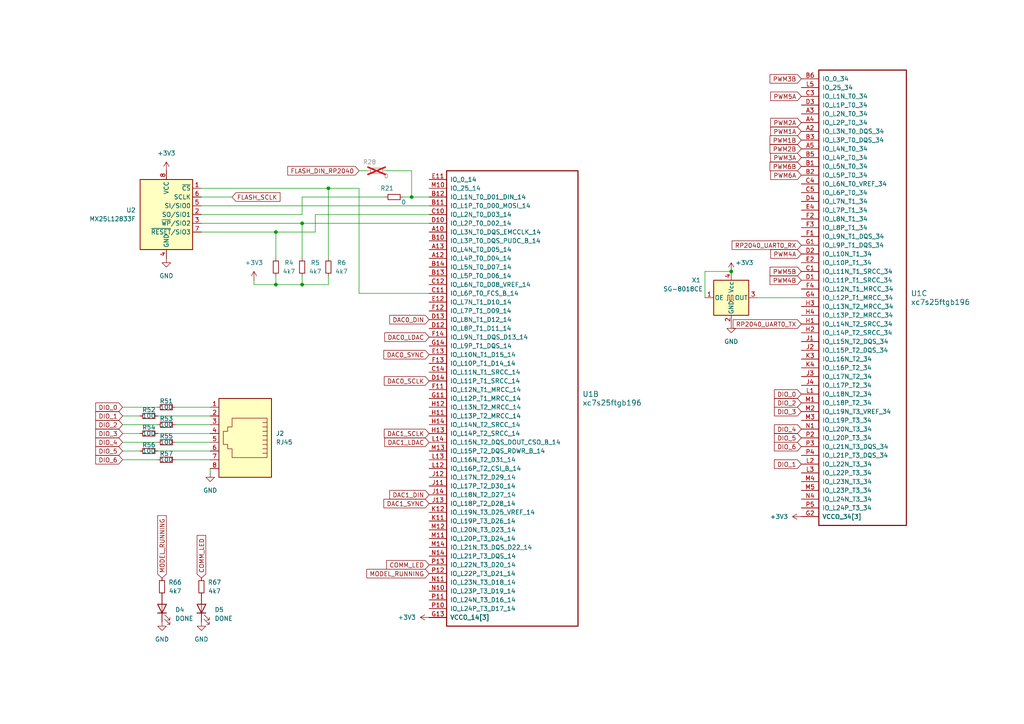
<source format=kicad_sch>
(kicad_sch (version 20231120) (generator "eeschema") (generator_version "8.0")
  (paper "A4")
  (lib_symbols
    (symbol "Connector:RJ45" (pin_names (offset 1.016))
      (property "Reference" "J" (at -5.08 13.97 0))
      (property "Value" "RJ45" (at 2.54 13.97 0))
      (symbol "RJ45_0_1"
        (polyline (pts (xy -5.08 4.445) (xy -6.35 4.445)))
        (polyline (pts (xy -5.08 5.715) (xy -6.35 5.715)))
        (polyline (pts (xy -6.35 -3.175) (xy -5.08 -3.175) (xy -5.08 -3.175)))
        (polyline (pts (xy -6.35 -1.905) (xy -5.08 -1.905) (xy -5.08 -1.905)))
        (polyline (pts (xy -6.35 -0.635) (xy -5.08 -0.635) (xy -5.08 -0.635)))
        (polyline (pts (xy -6.35 0.635) (xy -5.08 0.635) (xy -5.08 0.635)))
        (polyline (pts (xy -6.35 1.905) (xy -5.08 1.905) (xy -5.08 1.905)))
        (polyline (pts (xy -5.08 3.175) (xy -6.35 3.175) (xy -6.35 3.175)))
        (polyline (pts (xy -6.35 -4.445) (xy -6.35 6.985) (xy 3.81 6.985) (xy 3.81 4.445) (xy 5.08 4.445) (xy 5.08 3.175) (xy 6.35 3.175) (xy 6.35 -0.635) (xy 5.08 -0.635) (xy 5.08 -1.905) (xy 3.81 -1.905) (xy 3.81 -4.445) (xy -6.35 -4.445) (xy -6.35 -4.445)))
        (rectangle (start 7.62 12.7) (end -7.62 -10.16) (stroke (width 0.254)) (fill (type background)))
      )
      (symbol "RJ45_1_1"
        (pin passive line (at 10.16 -7.62 180) (length 2.54) (name "~") (number "1"))
        (pin passive line (at 10.16 -5.08 180) (length 2.54) (name "~") (number "2"))
        (pin passive line (at 10.16 -2.54 180) (length 2.54) (name "~") (number "3"))
        (pin passive line (at 10.16 0 180) (length 2.54) (name "~") (number "4"))
        (pin passive line (at 10.16 2.54 180) (length 2.54) (name "~") (number "5"))
        (pin passive line (at 10.16 5.08 180) (length 2.54) (name "~") (number "6"))
        (pin passive line (at 10.16 7.62 180) (length 2.54) (name "~") (number "7"))
        (pin passive line (at 10.16 10.16 180) (length 2.54) (name "~") (number "8"))
      )
    )
    (symbol "Device:LED" (pin_numbers hide) (pin_names (offset 1.016) hide)
      (property "Reference" "D" (at 0 2.54 0))
      (property "Value" "LED" (at 0 -2.54 0))
      (symbol "LED_0_1"
        (polyline (pts (xy -1.27 -1.27) (xy -1.27 1.27)) (stroke (width 0.254)))
        (polyline (pts (xy -1.27 0) (xy 1.27 0)))
        (polyline (pts (xy 1.27 -1.27) (xy 1.27 1.27) (xy -1.27 0) (xy 1.27 -1.27)) (stroke (width 0.254)))
        (polyline (pts (xy -3.048 -0.762) (xy -4.572 -2.286) (xy -3.81 -2.286) (xy -4.572 -2.286) (xy -4.572 -1.524)))
        (polyline (pts (xy -1.778 -0.762) (xy -3.302 -2.286) (xy -2.54 -2.286) (xy -3.302 -2.286) (xy -3.302 -1.524)))
      )
      (symbol "LED_1_1"
        (pin passive line (at -3.81 0 0) (length 2.54) (name "K") (number "1"))
        (pin passive line (at 3.81 0 180) (length 2.54) (name "A") (number "2"))
      )
    )
    (symbol "Device:R_Small" (pin_numbers hide) (pin_names (offset 0.254) hide)
      (property "Reference" "R" (at 0.762 0.508 0))
      (property "Value" "R_Small" (at 0.762 -1.016 0))
      (symbol "R_Small_0_1"
        (rectangle (start -0.762 1.778) (end 0.762 -1.778) (stroke (width 0.2032)))
      )
      (symbol "R_Small_1_1"
        (pin passive line (at 0 2.54 270) (length 0.762) (name "~") (number "1"))
        (pin passive line (at 0 -2.54 90) (length 0.762) (name "~") (number "2"))
      )
    )
    (symbol "Memory_Flash:MX25R3235FM2xx0"
      (property "Reference" "U" (at -6.35 11.43 0))
      (property "Value" "MX25R3235FM2xx0" (at 11.43 11.43 0))
      (symbol "MX25R3235FM2xx0_0_1"
        (rectangle (start -7.62 10.16) (end 7.62 -10.16) (stroke (width 0.254)) (fill (type background)))
      )
      (symbol "MX25R3235FM2xx0_1_1"
        (pin input line (at -10.16 7.62 0) (length 2.54) (name "~{CS}") (number "1"))
        (pin bidirectional line (at -10.16 0 0) (length 2.54) (name "SO/SIO1") (number "2"))
        (pin bidirectional line (at -10.16 -2.54 0) (length 2.54) (name "~{WP}/SIO2") (number "3"))
        (pin power_in line (at 0 -12.7 90) (length 2.54) (name "GND") (number "4"))
        (pin bidirectional line (at -10.16 2.54 0) (length 2.54) (name "SI/SIO0") (number "5"))
        (pin input line (at -10.16 5.08 0) (length 2.54) (name "SCLK") (number "6"))
        (pin bidirectional line (at -10.16 -5.08 0) (length 2.54) (name "~{RESET}/SIO3") (number "7"))
        (pin power_in line (at 0 12.7 270) (length 2.54) (name "VCC") (number "8"))
      )
    )
    (symbol "Oscillator:SG-5032CCN" (pin_names (offset 0.254))
      (property "Reference" "X" (at -5.08 6.35 0))
      (property "Value" "SG-5032CCN" (at 1.27 -6.35 0))
      (symbol "SG-5032CCN_0_1"
        (rectangle (start -5.08 5.08) (end 5.08 -5.08) (stroke (width 0.254)) (fill (type background)))
        (polyline (pts (xy -1.27 -0.762) (xy -1.016 -0.762) (xy -1.016 0.762) (xy -0.508 0.762) (xy -0.508 -0.762) (xy 0 -0.762) (xy 0 0.762) (xy 0.508 0.762) (xy 0.508 -0.762) (xy 0.762 -0.762)))
      )
      (symbol "SG-5032CCN_1_1"
        (pin input line (at -7.62 0 0) (length 2.54) (name "OE") (number "1"))
        (pin power_in line (at 0 -7.62 90) (length 2.54) (name "GND") (number "2"))
        (pin output line (at 7.62 0 180) (length 2.54) (name "OUT") (number "3"))
        (pin power_in line (at 0 7.62 270) (length 2.54) (name "Vcc") (number "4"))
      )
    )
    (symbol "power:+3V3" (power) (pin_numbers hide) (pin_names (offset 0) hide)
      (property "Value" "+3V3" (at 0 3.556 0))
      (symbol "+3V3_0_1"
        (polyline (pts (xy -0.762 1.27) (xy 0 2.54)))
        (polyline (pts (xy 0 0) (xy 0 2.54)))
        (polyline (pts (xy 0 2.54) (xy 0.762 1.27)))
      )
      (symbol "+3V3_1_1"
        (pin power_in line (at 0 0 90) (length 0) (name "~") (number "1"))
      )
    )
    (symbol "power:GND" (power) (pin_names (offset 0))
      (property "Value" "GND" (at 0 -3.81 0))
      (symbol "GND_0_1"
        (polyline (pts (xy 0 0) (xy 0 -1.27) (xy 1.27 -1.27) (xy 0 -2.54) (xy -1.27 -1.27) (xy 0 -1.27)))
      )
      (symbol "GND_1_1"
        (pin power_in line (at 0 0 270) (length 0) hide (name "GND") (number "1"))
      )
    )
    (symbol "xilinx7:xc7s25ftgb196" (pin_names (offset 1.016))
      (property "Reference" "U" (at 5.08 6.35 0))
      (property "Value" "xc7s25ftgb196" (at 5.08 3.81 0))
      (symbol "xc7s25ftgb196_1_1"
        (rectangle (start 5.08 2.54) (end 22.86 -55.88) (stroke (width 0.3048)))
        (pin input line (at 0 -27.94 0) (length 5.08) (name "TCK_0") (number "A7"))
        (pin input line (at 0 0 0) (length 5.08) (name "CCLK_0") (number "A8"))
        (pin power_in line (at 0 -40.64 0) (length 5.08) (name "VCCBATT_0") (number "B8"))
        (pin power_in line (at 0 -12.7 0) (length 5.08) (name "GNDADC_0") (number "F7"))
        (pin power_in line (at 0 -38.1 0) (length 5.08) (name "VCCADC_0") (number "F8"))
        (pin input line (at 0 -50.8 0) (length 5.08) (name "VREFN_0") (number "G7"))
        (pin input line (at 0 -48.26 0) (length 5.08) (name "VP_0") (number "G8"))
        (pin input line (at 0 -45.72 0) (length 5.08) (name "VN_0") (number "H7"))
        (pin input line (at 0 -53.34 0) (length 5.08) (name "VREFP_0") (number "H8"))
        (pin passive line (at 0 -7.62 0) (length 5.08) (name "DXN_0") (number "J7"))
        (pin passive line (at 0 -10.16 0) (length 5.08) (name "DXP_0") (number "J8"))
        (pin input line (at 0 -25.4 0) (length 5.08) (name "PROGRAM_B_0") (number "L7"))
        (pin input line (at 0 -35.56 0) (length 5.08) (name "TMS_0") (number "M6"))
        (pin input line (at 0 -17.78 0) (length 5.08) (name "M0_0") (number "M7"))
        (pin input line (at 0 -20.32 0) (length 5.08) (name "M1_0") (number "M8"))
        (pin input line (at 0 -22.86 0) (length 5.08) (name "M2_0") (number "M9"))
        (pin power_in line (at 0 -43.18 0) (length 5.08) (name "VCCO_0[2]") (number "N6"))
        (pin input line (at 0 -2.54 0) (length 5.08) (name "CFGBVS_0") (number "N7"))
        (pin power_in line (at 0 -43.18 0) (length 5.08) (name "VCCO_0[2]") (number "N8"))
        (pin output line (at 0 -33.02 0) (length 5.08) (name "TDO_0") (number "P6"))
        (pin input line (at 0 -30.48 0) (length 5.08) (name "TDI_0") (number "P7"))
        (pin input line (at 0 -15.24 0) (length 5.08) (name "INIT_B_0") (number "P8"))
        (pin output line (at 0 -5.08 0) (length 5.08) (name "DONE_0") (number "P9"))
      )
      (symbol "xc7s25ftgb196_2_1"
        (rectangle (start 5.08 2.54) (end 43.18 -129.54) (stroke (width 0.3048)))
        (pin bidirectional line (at 0 -15.24 0) (length 5.08) (name "IO_L3N_T0_DQS_EMCCLK_14") (number "A10"))
        (pin bidirectional line (at 0 -22.86 0) (length 5.08) (name "IO_L4P_T0_D04_14") (number "A12"))
        (pin bidirectional line (at 0 -20.32 0) (length 5.08) (name "IO_L4N_T0_D05_14") (number "A13"))
        (pin bidirectional line (at 0 -17.78 0) (length 5.08) (name "IO_L3P_T0_DQS_PUDC_B_14") (number "B10"))
        (pin bidirectional line (at 0 -7.62 0) (length 5.08) (name "IO_L1P_T0_D00_MOSI_14") (number "B11"))
        (pin bidirectional line (at 0 -5.08 0) (length 5.08) (name "IO_L1N_T0_D01_DIN_14") (number "B12"))
        (pin bidirectional line (at 0 -27.94 0) (length 5.08) (name "IO_L5P_T0_D06_14") (number "B13"))
        (pin bidirectional line (at 0 -25.4 0) (length 5.08) (name "IO_L5N_T0_D07_14") (number "B14"))
        (pin bidirectional line (at 0 -10.16 0) (length 5.08) (name "IO_L2N_T0_D03_14") (number "C10"))
        (pin bidirectional line (at 0 -33.02 0) (length 5.08) (name "IO_L6P_T0_FCS_B_14") (number "C11"))
        (pin bidirectional line (at 0 -30.48 0) (length 5.08) (name "IO_L6N_T0_D08_VREF_14") (number "C12"))
        (pin bidirectional line (at 0 -55.88 0) (length 5.08) (name "IO_L11N_T1_SRCC_14") (number "C14"))
        (pin bidirectional line (at 0 -12.7 0) (length 5.08) (name "IO_L2P_T0_D02_14") (number "D10"))
        (pin bidirectional line (at 0 -43.18 0) (length 5.08) (name "IO_L8P_T1_D11_14") (number "D12"))
        (pin bidirectional line (at 0 -40.64 0) (length 5.08) (name "IO_L8N_T1_D12_14") (number "D13"))
        (pin bidirectional line (at 0 -58.42 0) (length 5.08) (name "IO_L11P_T1_SRCC_14") (number "D14"))
        (pin bidirectional line (at 0 0 0) (length 5.08) (name "IO_0_14") (number "E11"))
        (pin bidirectional line (at 0 -35.56 0) (length 5.08) (name "IO_L7N_T1_D10_14") (number "E12"))
        (pin bidirectional line (at 0 -50.8 0) (length 5.08) (name "IO_L10N_T1_D15_14") (number "E13"))
        (pin bidirectional line (at 0 -60.96 0) (length 5.08) (name "IO_L12N_T1_MRCC_14") (number "F11"))
        (pin bidirectional line (at 0 -38.1 0) (length 5.08) (name "IO_L7P_T1_D09_14") (number "F12"))
        (pin bidirectional line (at 0 -53.34 0) (length 5.08) (name "IO_L10P_T1_D14_14") (number "F13"))
        (pin bidirectional line (at 0 -45.72 0) (length 5.08) (name "IO_L9N_T1_DQS_D13_14") (number "F14"))
        (pin bidirectional line (at 0 -63.5 0) (length 5.08) (name "IO_L12P_T1_MRCC_14") (number "G11"))
        (pin power_in line (at 0 -127 0) (length 5.08) (name "VCCO_14[3]") (number "G13"))
        (pin bidirectional line (at 0 -48.26 0) (length 5.08) (name "IO_L9P_T1_DQS_14") (number "G14"))
        (pin bidirectional line (at 0 -68.58 0) (length 5.08) (name "IO_L13P_T2_MRCC_14") (number "H11"))
        (pin bidirectional line (at 0 -66.04 0) (length 5.08) (name "IO_L13N_T2_MRCC_14") (number "H12"))
        (pin bidirectional line (at 0 -73.66 0) (length 5.08) (name "IO_L14P_T2_SRCC_14") (number "H13"))
        (pin bidirectional line (at 0 -71.12 0) (length 5.08) (name "IO_L14N_T2_SRCC_14") (number "H14"))
        (pin bidirectional line (at 0 -88.9 0) (length 5.08) (name "IO_L17P_T2_D30_14") (number "J11"))
        (pin bidirectional line (at 0 -86.36 0) (length 5.08) (name "IO_L17N_T2_D29_14") (number "J12"))
        (pin bidirectional line (at 0 -93.98 0) (length 5.08) (name "IO_L18P_T2_D28_14") (number "J13"))
        (pin bidirectional line (at 0 -91.44 0) (length 5.08) (name "IO_L18N_T2_D27_14") (number "J14"))
        (pin bidirectional line (at 0 -99.06 0) (length 5.08) (name "IO_L19P_T3_D26_14") (number "K11"))
        (pin bidirectional line (at 0 -96.52 0) (length 5.08) (name "IO_L19N_T3_D25_VREF_14") (number "K12"))
        (pin power_in line (at 0 -127 0) (length 5.08) (name "VCCO_14[3]") (number "K13"))
        (pin bidirectional line (at 0 -83.82 0) (length 5.08) (name "IO_L16P_T2_CSI_B_14") (number "L12"))
        (pin bidirectional line (at 0 -81.28 0) (length 5.08) (name "IO_L16N_T2_D31_14") (number "L13"))
        (pin bidirectional line (at 0 -76.2 0) (length 5.08) (name "IO_L15N_T2_DQS_DOUT_CSO_B_14") (number "L14"))
        (pin bidirectional line (at 0 -2.54 0) (length 5.08) (name "IO_25_14") (number "M10"))
        (pin bidirectional line (at 0 -104.14 0) (length 5.08) (name "IO_L20P_T3_D24_14") (number "M11"))
        (pin bidirectional line (at 0 -101.6 0) (length 5.08) (name "IO_L20N_T3_D23_14") (number "M12"))
        (pin bidirectional line (at 0 -78.74 0) (length 5.08) (name "IO_L15P_T2_DQS_RDWR_B_14") (number "M13"))
        (pin bidirectional line (at 0 -106.68 0) (length 5.08) (name "IO_L21N_T3_DQS_D22_14") (number "M14"))
        (pin bidirectional line (at 0 -119.38 0) (length 5.08) (name "IO_L23P_T3_D19_14") (number "N10"))
        (pin bidirectional line (at 0 -116.84 0) (length 5.08) (name "IO_L23N_T3_D18_14") (number "N11"))
        (pin power_in line (at 0 -127 0) (length 5.08) (name "VCCO_14[3]") (number "N13"))
        (pin bidirectional line (at 0 -109.22 0) (length 5.08) (name "IO_L21P_T3_DQS_14") (number "N14"))
        (pin bidirectional line (at 0 -124.46 0) (length 5.08) (name "IO_L24P_T3_D17_14") (number "P10"))
        (pin bidirectional line (at 0 -121.92 0) (length 5.08) (name "IO_L24N_T3_D16_14") (number "P11"))
        (pin bidirectional line (at 0 -114.3 0) (length 5.08) (name "IO_L22P_T3_D21_14") (number "P12"))
        (pin bidirectional line (at 0 -111.76 0) (length 5.08) (name "IO_L22N_T3_D20_14") (number "P13"))
      )
      (symbol "xc7s25ftgb196_3_1"
        (rectangle (start 5.08 2.54) (end 30.48 -129.54) (stroke (width 0.3048)))
        (pin bidirectional line (at 0 -15.24 0) (length 5.08) (name "IO_L3N_T0_DQS_34") (number "A2"))
        (pin bidirectional line (at 0 -10.16 0) (length 5.08) (name "IO_L2N_T0_34") (number "A3"))
        (pin bidirectional line (at 0 -12.7 0) (length 5.08) (name "IO_L2P_T0_34") (number "A4"))
        (pin bidirectional line (at 0 -20.32 0) (length 5.08) (name "IO_L4N_T0_34") (number "A5"))
        (pin bidirectional line (at 0 -25.4 0) (length 5.08) (name "IO_L5N_T0_34") (number "B1"))
        (pin bidirectional line (at 0 -27.94 0) (length 5.08) (name "IO_L5P_T0_34") (number "B2"))
        (pin bidirectional line (at 0 -17.78 0) (length 5.08) (name "IO_L3P_T0_DQS_34") (number "B3"))
        (pin bidirectional line (at 0 -22.86 0) (length 5.08) (name "IO_L4P_T0_34") (number "B5"))
        (pin bidirectional line (at 0 0 0) (length 5.08) (name "IO_0_34") (number "B6"))
        (pin bidirectional line (at 0 -55.88 0) (length 5.08) (name "IO_L11N_T1_SRCC_34") (number "C1"))
        (pin bidirectional line (at 0 -5.08 0) (length 5.08) (name "IO_L1N_T0_34") (number "C3"))
        (pin bidirectional line (at 0 -30.48 0) (length 5.08) (name "IO_L6N_T0_VREF_34") (number "C4"))
        (pin bidirectional line (at 0 -33.02 0) (length 5.08) (name "IO_L6P_T0_34") (number "C5"))
        (pin bidirectional line (at 0 -58.42 0) (length 5.08) (name "IO_L11P_T1_SRCC_34") (number "D1"))
        (pin bidirectional line (at 0 -50.8 0) (length 5.08) (name "IO_L10N_T1_34") (number "D2"))
        (pin bidirectional line (at 0 -7.62 0) (length 5.08) (name "IO_L1P_T0_34") (number "D3"))
        (pin bidirectional line (at 0 -35.56 0) (length 5.08) (name "IO_L7N_T1_34") (number "D4"))
        (pin bidirectional line (at 0 -53.34 0) (length 5.08) (name "IO_L10P_T1_34") (number "E2"))
        (pin bidirectional line (at 0 -38.1 0) (length 5.08) (name "IO_L7P_T1_34") (number "E4"))
        (pin bidirectional line (at 0 -45.72 0) (length 5.08) (name "IO_L9N_T1_DQS_34") (number "F1"))
        (pin bidirectional line (at 0 -40.64 0) (length 5.08) (name "IO_L8N_T1_34") (number "F2"))
        (pin bidirectional line (at 0 -43.18 0) (length 5.08) (name "IO_L8P_T1_34") (number "F3"))
        (pin bidirectional line (at 0 -60.96 0) (length 5.08) (name "IO_L12N_T1_MRCC_34") (number "F4"))
        (pin bidirectional line (at 0 -48.26 0) (length 5.08) (name "IO_L9P_T1_DQS_34") (number "G1"))
        (pin power_in line (at 0 -127 0) (length 5.08) (name "VCCO_34[3]") (number "G2"))
        (pin bidirectional line (at 0 -63.5 0) (length 5.08) (name "IO_L12P_T1_MRCC_34") (number "G4"))
        (pin bidirectional line (at 0 -71.12 0) (length 5.08) (name "IO_L14N_T2_SRCC_34") (number "H1"))
        (pin bidirectional line (at 0 -73.66 0) (length 5.08) (name "IO_L14P_T2_SRCC_34") (number "H2"))
        (pin bidirectional line (at 0 -66.04 0) (length 5.08) (name "IO_L13N_T2_MRCC_34") (number "H3"))
        (pin bidirectional line (at 0 -68.58 0) (length 5.08) (name "IO_L13P_T2_MRCC_34") (number "H4"))
        (pin bidirectional line (at 0 -76.2 0) (length 5.08) (name "IO_L15N_T2_DQS_34") (number "J1"))
        (pin bidirectional line (at 0 -78.74 0) (length 5.08) (name "IO_L15P_T2_DQS_34") (number "J2"))
        (pin bidirectional line (at 0 -86.36 0) (length 5.08) (name "IO_L17N_T2_34") (number "J3"))
        (pin bidirectional line (at 0 -88.9 0) (length 5.08) (name "IO_L17P_T2_34") (number "J4"))
        (pin power_in line (at 0 -127 0) (length 5.08) (name "VCCO_34[3]") (number "K2"))
        (pin bidirectional line (at 0 -81.28 0) (length 5.08) (name "IO_L16N_T2_34") (number "K3"))
        (pin bidirectional line (at 0 -83.82 0) (length 5.08) (name "IO_L16P_T2_34") (number "K4"))
        (pin bidirectional line (at 0 -91.44 0) (length 5.08) (name "IO_L18N_T2_34") (number "L1"))
        (pin bidirectional line (at 0 -111.76 0) (length 5.08) (name "IO_L22N_T3_34") (number "L2"))
        (pin bidirectional line (at 0 -114.3 0) (length 5.08) (name "IO_L22P_T3_34") (number "L3"))
        (pin bidirectional line (at 0 -2.54 0) (length 5.08) (name "IO_25_34") (number "L5"))
        (pin bidirectional line (at 0 -93.98 0) (length 5.08) (name "IO_L18P_T2_34") (number "M1"))
        (pin bidirectional line (at 0 -96.52 0) (length 5.08) (name "IO_L19N_T3_VREF_34") (number "M2"))
        (pin bidirectional line (at 0 -99.06 0) (length 5.08) (name "IO_L19P_T3_34") (number "M3"))
        (pin bidirectional line (at 0 -116.84 0) (length 5.08) (name "IO_L23N_T3_34") (number "M4"))
        (pin bidirectional line (at 0 -119.38 0) (length 5.08) (name "IO_L23P_T3_34") (number "M5"))
        (pin bidirectional line (at 0 -101.6 0) (length 5.08) (name "IO_L20N_T3_34") (number "N1"))
        (pin power_in line (at 0 -127 0) (length 5.08) (name "VCCO_34[3]") (number "N2"))
        (pin bidirectional line (at 0 -121.92 0) (length 5.08) (name "IO_L24N_T3_34") (number "N4"))
        (pin bidirectional line (at 0 -104.14 0) (length 5.08) (name "IO_L20P_T3_34") (number "P2"))
        (pin bidirectional line (at 0 -106.68 0) (length 5.08) (name "IO_L21N_T3_DQS_34") (number "P3"))
        (pin bidirectional line (at 0 -109.22 0) (length 5.08) (name "IO_L21P_T3_DQS_34") (number "P4"))
        (pin bidirectional line (at 0 -124.46 0) (length 5.08) (name "IO_L24P_T3_34") (number "P5"))
      )
      (symbol "xc7s25ftgb196_4_1"
        (rectangle (start 5.08 2.54) (end 20.32 -10.16) (stroke (width 0.3048)))
        (pin power_in line (at 0 0 0) (length 5.08) (name "GND[50]") (number "A1"))
        (pin power_in line (at 0 0 0) (length 5.08) (name "GND[50]") (number "A11"))
        (pin power_in line (at 0 0 0) (length 5.08) (name "GND[50]") (number "A14"))
        (pin power_in line (at 0 0 0) (length 5.08) (name "GND[50]") (number "A6"))
        (pin power_in line (at 0 0 0) (length 5.08) (name "GND[50]") (number "A9"))
        (pin power_in line (at 0 0 0) (length 5.08) (name "GND[50]") (number "B4"))
        (pin power_in line (at 0 0 0) (length 5.08) (name "GND[50]") (number "B7"))
        (pin power_in line (at 0 0 0) (length 5.08) (name "GND[50]") (number "B9"))
        (pin power_in line (at 0 0 0) (length 5.08) (name "GND[50]") (number "C13"))
        (pin power_in line (at 0 0 0) (length 5.08) (name "GND[50]") (number "C2"))
        (pin power_in line (at 0 0 0) (length 5.08) (name "GND[50]") (number "C6"))
        (pin power_in line (at 0 0 0) (length 5.08) (name "GND[50]") (number "C7"))
        (pin power_in line (at 0 0 0) (length 5.08) (name "GND[50]") (number "C8"))
        (pin power_in line (at 0 0 0) (length 5.08) (name "GND[50]") (number "C9"))
        (pin power_in line (at 0 0 0) (length 5.08) (name "GND[50]") (number "D11"))
        (pin power_in line (at 0 0 0) (length 5.08) (name "GND[50]") (number "D5"))
        (pin power_in line (at 0 -7.62 0) (length 5.08) (name "VCCINT[10]") (number "D6"))
        (pin power_in line (at 0 0 0) (length 5.08) (name "GND[50]") (number "D7"))
        (pin power_in line (at 0 -7.62 0) (length 5.08) (name "VCCINT[10]") (number "D8"))
        (pin power_in line (at 0 0 0) (length 5.08) (name "GND[50]") (number "D9"))
        (pin power_in line (at 0 0 0) (length 5.08) (name "GND[50]") (number "E1"))
        (pin power_in line (at 0 0 0) (length 5.08) (name "GND[50]") (number "E10"))
        (pin power_in line (at 0 0 0) (length 5.08) (name "GND[50]") (number "E14"))
        (pin power_in line (at 0 0 0) (length 5.08) (name "GND[50]") (number "E3"))
        (pin power_in line (at 0 -5.08 0) (length 5.08) (name "VCCBRAM[3]") (number "E5"))
        (pin power_in line (at 0 0 0) (length 5.08) (name "GND[50]") (number "E6"))
        (pin power_in line (at 0 -7.62 0) (length 5.08) (name "VCCINT[10]") (number "E7"))
        (pin power_in line (at 0 0 0) (length 5.08) (name "GND[50]") (number "E8"))
        (pin power_in line (at 0 -7.62 0) (length 5.08) (name "VCCINT[10]") (number "E9"))
        (pin power_in line (at 0 -2.54 0) (length 5.08) (name "VCCAUX[4]") (number "F10"))
        (pin power_in line (at 0 0 0) (length 5.08) (name "GND[50]") (number "F5"))
        (pin power_in line (at 0 -7.62 0) (length 5.08) (name "VCCINT[10]") (number "F6"))
        (pin power_in line (at 0 0 0) (length 5.08) (name "GND[50]") (number "F9"))
        (pin power_in line (at 0 0 0) (length 5.08) (name "GND[50]") (number "G10"))
        (pin power_in line (at 0 0 0) (length 5.08) (name "GND[50]") (number "G12"))
        (pin power_in line (at 0 0 0) (length 5.08) (name "GND[50]") (number "G3"))
        (pin power_in line (at 0 -5.08 0) (length 5.08) (name "VCCBRAM[3]") (number "G5"))
        (pin power_in line (at 0 0 0) (length 5.08) (name "GND[50]") (number "G6"))
        (pin power_in line (at 0 -7.62 0) (length 5.08) (name "VCCINT[10]") (number "G9"))
        (pin power_in line (at 0 -2.54 0) (length 5.08) (name "VCCAUX[4]") (number "H10"))
        (pin power_in line (at 0 0 0) (length 5.08) (name "GND[50]") (number "H5"))
        (pin power_in line (at 0 -7.62 0) (length 5.08) (name "VCCINT[10]") (number "H6"))
        (pin power_in line (at 0 0 0) (length 5.08) (name "GND[50]") (number "H9"))
        (pin power_in line (at 0 0 0) (length 5.08) (name "GND[50]") (number "J10"))
        (pin power_in line (at 0 -5.08 0) (length 5.08) (name "VCCBRAM[3]") (number "J5"))
        (pin power_in line (at 0 0 0) (length 5.08) (name "GND[50]") (number "J6"))
        (pin power_in line (at 0 -7.62 0) (length 5.08) (name "VCCINT[10]") (number "J9"))
        (pin power_in line (at 0 0 0) (length 5.08) (name "GND[50]") (number "K1"))
        (pin power_in line (at 0 -2.54 0) (length 5.08) (name "VCCAUX[4]") (number "K10"))
        (pin power_in line (at 0 0 0) (length 5.08) (name "GND[50]") (number "K14"))
        (pin power_in line (at 0 0 0) (length 5.08) (name "GND[50]") (number "K5"))
        (pin power_in line (at 0 -7.62 0) (length 5.08) (name "VCCINT[10]") (number "K6"))
        (pin power_in line (at 0 0 0) (length 5.08) (name "GND[50]") (number "K7"))
        (pin power_in line (at 0 -7.62 0) (length 5.08) (name "VCCINT[10]") (number "K8"))
        (pin power_in line (at 0 0 0) (length 5.08) (name "GND[50]") (number "K9"))
        (pin power_in line (at 0 0 0) (length 5.08) (name "GND[50]") (number "L10"))
        (pin power_in line (at 0 0 0) (length 5.08) (name "GND[50]") (number "L11"))
        (pin power_in line (at 0 0 0) (length 5.08) (name "GND[50]") (number "L4"))
        (pin power_in line (at 0 0 0) (length 5.08) (name "GND[50]") (number "L6"))
        (pin power_in line (at 0 0 0) (length 5.08) (name "GND[50]") (number "L8"))
        (pin power_in line (at 0 -2.54 0) (length 5.08) (name "VCCAUX[4]") (number "L9"))
        (pin power_in line (at 0 0 0) (length 5.08) (name "GND[50]") (number "N12"))
        (pin power_in line (at 0 0 0) (length 5.08) (name "GND[50]") (number "N3"))
        (pin power_in line (at 0 0 0) (length 5.08) (name "GND[50]") (number "N5"))
        (pin power_in line (at 0 0 0) (length 5.08) (name "GND[50]") (number "N9"))
        (pin power_in line (at 0 0 0) (length 5.08) (name "GND[50]") (number "P1"))
        (pin power_in line (at 0 0 0) (length 5.08) (name "GND[50]") (number "P14"))
      )
    )
  )
  (junction (at 212.09 78.74))
  (junction (at 119.38 57.15))
  (junction (at 87.63 64.77))
  (junction (at 80.01 67.31))
  (junction (at 95.25 54.61))
  (junction (at 87.63 82.55))
  (junction (at 80.01 82.55))
  (wire (pts (xy 50.8 133.35) (xy 60.96 133.35)))
  (wire (pts (xy 87.63 82.55) (xy 80.01 82.55)))
  (wire (pts (xy 58.42 59.69) (xy 124.46 59.69)))
  (wire (pts (xy 104.14 85.09) (xy 104.14 54.61)))
  (wire (pts (xy 95.25 54.61) (xy 95.25 74.93)))
  (wire (pts (xy 45.72 130.81) (xy 60.96 130.81)))
  (wire (pts (xy 87.63 64.77) (xy 124.46 64.77)))
  (wire (pts (xy 104.14 54.61) (xy 95.25 54.61)))
  (wire (pts (xy 91.44 62.23) (xy 91.44 67.31)))
  (wire (pts (xy 111.76 49.53) (xy 119.38 49.53)))
  (wire (pts (xy 60.96 135.89) (xy 60.96 137.16)))
  (wire (pts (xy 204.47 78.74) (xy 212.09 78.74)))
  (wire (pts (xy 119.38 49.53) (xy 119.38 57.15)))
  (wire (pts (xy 87.63 62.23) (xy 58.42 62.23)))
  (wire (pts (xy 35.56 123.19) (xy 45.72 123.19)))
  (wire (pts (xy 87.63 64.77) (xy 87.63 74.93)))
  (wire (pts (xy 35.56 120.65) (xy 40.64 120.65)))
  (wire (pts (xy 87.63 80.01) (xy 87.63 82.55)))
  (wire (pts (xy 58.42 54.61) (xy 95.25 54.61)))
  (wire (pts (xy 80.01 82.55) (xy 73.66 82.55)))
  (wire (pts (xy 35.56 118.11) (xy 45.72 118.11)))
  (wire (pts (xy 95.25 82.55) (xy 87.63 82.55)))
  (wire (pts (xy 80.01 67.31) (xy 80.01 74.93)))
  (wire (pts (xy 35.56 128.27) (xy 45.72 128.27)))
  (wire (pts (xy 80.01 82.55) (xy 80.01 80.01)))
  (wire (pts (xy 35.56 125.73) (xy 40.64 125.73)))
  (wire (pts (xy 35.56 133.35) (xy 45.72 133.35)))
  (wire (pts (xy 87.63 57.15) (xy 111.76 57.15)))
  (wire (pts (xy 45.72 120.65) (xy 60.96 120.65)))
  (wire (pts (xy 116.84 57.15) (xy 119.38 57.15)))
  (wire (pts (xy 91.44 67.31) (xy 80.01 67.31)))
  (wire (pts (xy 67.31 57.15) (xy 58.42 57.15)))
  (wire (pts (xy 219.71 86.36) (xy 232.41 86.36)))
  (wire (pts (xy 80.01 67.31) (xy 58.42 67.31)))
  (wire (pts (xy 204.47 86.36) (xy 204.47 78.74)))
  (wire (pts (xy 35.56 130.81) (xy 40.64 130.81)))
  (wire (pts (xy 50.8 128.27) (xy 60.96 128.27)))
  (wire (pts (xy 73.66 81.28) (xy 73.66 82.55)))
  (wire (pts (xy 87.63 57.15) (xy 87.63 62.23)))
  (wire (pts (xy 50.8 123.19) (xy 60.96 123.19)))
  (wire (pts (xy 87.63 64.77) (xy 58.42 64.77)))
  (wire (pts (xy 95.25 80.01) (xy 95.25 82.55)))
  (wire (pts (xy 91.44 62.23) (xy 124.46 62.23)))
  (wire (pts (xy 119.38 57.15) (xy 124.46 57.15)))
  (wire (pts (xy 50.8 118.11) (xy 60.96 118.11)))
  (wire (pts (xy 104.14 49.53) (xy 106.68 49.53)))
  (wire (pts (xy 45.72 125.73) (xy 60.96 125.73)))
  (wire (pts (xy 104.14 85.09) (xy 124.46 85.09)))
  (global_label "DIO_3" (shape input) (at 35.56 125.73 180) (property "Intersheetrefs" "${INTERSHEET_REFS}" (effects (hide yes))))
  (global_label "RP2040_UART0_RX" (shape input) (at 232.41 71.12 180) (property "Intersheetrefs" "${INTERSHEET_REFS}" (effects (hide yes))))
  (global_label "DAC0_SCLK" (shape input) (at 124.46 110.49 180) (property "Intersheetrefs" "${INTERSHEET_REFS}" (effects (hide yes))))
  (global_label "DIO_6" (shape input) (at 35.56 133.35 180) (property "Intersheetrefs" "${INTERSHEET_REFS}" (effects (hide yes))))
  (global_label "DIO_5" (shape input) (at 35.56 130.81 180) (property "Intersheetrefs" "${INTERSHEET_REFS}" (effects (hide yes))))
  (global_label "COMM_LED" (shape input) (at 124.46 163.83 180) (property "Intersheetrefs" "${INTERSHEET_REFS}" (effects (hide yes))))
  (global_label "DIO_0" (shape input) (at 232.41 114.3 180) (property "Intersheetrefs" "${INTERSHEET_REFS}" (effects (hide yes))))
  (global_label "DIO_2" (shape input) (at 232.41 116.84 180) (property "Intersheetrefs" "${INTERSHEET_REFS}" (effects (hide yes))))
  (global_label "DAC1_SYNC" (shape input) (at 124.46 146.05 180) (property "Intersheetrefs" "${INTERSHEET_REFS}" (effects (hide yes))))
  (global_label "DIO_3" (shape input) (at 232.41 119.38 180) (property "Intersheetrefs" "${INTERSHEET_REFS}" (effects (hide yes))))
  (global_label "FLASH_DIN_RP2040" (shape input) (at 104.14 49.53 180) (property "Intersheetrefs" "${INTERSHEET_REFS}" (effects (hide yes))))
  (global_label "PWM6A" (shape input) (at 232.41 50.8 180) (property "Intersheetrefs" "${INTERSHEET_REFS}" (effects (hide yes))))
  (global_label "DIO_1" (shape input) (at 35.56 120.65 180) (property "Intersheetrefs" "${INTERSHEET_REFS}" (effects (hide yes))))
  (global_label "MODEL_RUNNING" (shape input) (at 46.99 167.64 90) (property "Intersheetrefs" "${INTERSHEET_REFS}" (effects (hide yes))))
  (global_label "PWM3A" (shape input) (at 232.41 45.72 180) (property "Intersheetrefs" "${INTERSHEET_REFS}" (effects (hide yes))))
  (global_label "PWM4B" (shape input) (at 232.41 81.28 180) (property "Intersheetrefs" "${INTERSHEET_REFS}" (effects (hide yes))))
  (global_label "PWM3B" (shape input) (at 232.41 22.86 180) (property "Intersheetrefs" "${INTERSHEET_REFS}" (effects (hide yes))))
  (global_label "PWM2B" (shape input) (at 232.41 43.18 180) (property "Intersheetrefs" "${INTERSHEET_REFS}" (effects (hide yes))))
  (global_label "RP2040_UART0_TX" (shape input) (at 232.41 93.98 180) (property "Intersheetrefs" "${INTERSHEET_REFS}" (effects (hide yes))))
  (global_label "DIO_5" (shape input) (at 232.41 127 180) (property "Intersheetrefs" "${INTERSHEET_REFS}" (effects (hide yes))))
  (global_label "PWM5B" (shape input) (at 232.41 78.74 180) (property "Intersheetrefs" "${INTERSHEET_REFS}" (effects (hide yes))))
  (global_label "DIO_6" (shape input) (at 232.41 129.54 180) (property "Intersheetrefs" "${INTERSHEET_REFS}" (effects (hide yes))))
  (global_label "PWM6B" (shape input) (at 232.41 48.26 180) (property "Intersheetrefs" "${INTERSHEET_REFS}" (effects (hide yes))))
  (global_label "DIO_1" (shape input) (at 232.41 134.62 180) (property "Intersheetrefs" "${INTERSHEET_REFS}" (effects (hide yes))))
  (global_label "PWM2A" (shape input) (at 232.41 35.56 180) (property "Intersheetrefs" "${INTERSHEET_REFS}" (effects (hide yes))))
  (global_label "PWM1B" (shape input) (at 232.41 40.64 180) (property "Intersheetrefs" "${INTERSHEET_REFS}" (effects (hide yes))))
  (global_label "DAC1_DIN" (shape input) (at 124.46 143.51 180) (property "Intersheetrefs" "${INTERSHEET_REFS}" (effects (hide yes))))
  (global_label "DAC0_DIN" (shape input) (at 124.46 92.71 180) (property "Intersheetrefs" "${INTERSHEET_REFS}" (effects (hide yes))))
  (global_label "COMM_LED" (shape input) (at 58.42 167.64 90) (property "Intersheetrefs" "${INTERSHEET_REFS}" (effects (hide yes))))
  (global_label "PWM1A" (shape input) (at 232.41 38.1 180) (property "Intersheetrefs" "${INTERSHEET_REFS}" (effects (hide yes))))
  (global_label "DIO_0" (shape input) (at 35.56 118.11 180) (property "Intersheetrefs" "${INTERSHEET_REFS}" (effects (hide yes))))
  (global_label "DAC0_LDAC" (shape input) (at 124.46 97.79 180) (property "Intersheetrefs" "${INTERSHEET_REFS}" (effects (hide yes))))
  (global_label "DAC1_LDAC" (shape input) (at 124.46 128.27 180) (property "Intersheetrefs" "${INTERSHEET_REFS}" (effects (hide yes))))
  (global_label "DAC0_SYNC" (shape input) (at 124.46 102.87 180) (property "Intersheetrefs" "${INTERSHEET_REFS}" (effects (hide yes))))
  (global_label "PWM5A" (shape input) (at 232.41 27.94 180) (property "Intersheetrefs" "${INTERSHEET_REFS}" (effects (hide yes))))
  (global_label "PWM4A" (shape input) (at 232.41 73.66 180) (property "Intersheetrefs" "${INTERSHEET_REFS}" (effects (hide yes))))
  (global_label "DIO_4" (shape input) (at 35.56 128.27 180) (property "Intersheetrefs" "${INTERSHEET_REFS}" (effects (hide yes))))
  (global_label "MODEL_RUNNING" (shape input) (at 124.46 166.37 180) (property "Intersheetrefs" "${INTERSHEET_REFS}" (effects (hide yes))))
  (global_label "FLASH_SCLK" (shape input) (at 67.31 57.15 0) (property "Intersheetrefs" "${INTERSHEET_REFS}" (effects (hide yes))))
  (global_label "DIO_2" (shape input) (at 35.56 123.19 180) (property "Intersheetrefs" "${INTERSHEET_REFS}" (effects (hide yes))))
  (global_label "DAC1_SCLK" (shape input) (at 124.46 125.73 180) (property "Intersheetrefs" "${INTERSHEET_REFS}" (effects (hide yes))))
  (global_label "DIO_4" (shape input) (at 232.41 124.46 180) (property "Intersheetrefs" "${INTERSHEET_REFS}" (effects (hide yes))))
  (symbol (lib_id "power:GND") (at 46.99 180.34 0) (unit 1)
    (property "Reference" "#PWR0123" (effects (hide yes)))
    (property "Value" "GND" (at 46.99 185.42 0))
  )
  (symbol (lib_id "power:GND") (at 58.42 180.34 0) (unit 1)
    (property "Reference" "#PWR0124" (effects (hide yes)))
    (property "Value" "GND" (at 58.42 185.42 0))
  )
  (symbol (lib_id "Device:R_Small") (at 43.18 125.73 90) (unit 1)
    (property "Reference" "R54" (at 43.18 123.952 90))
    (property "Value" "100" (at 43.18 125.73 90))
    (property "Footprint" "Resistor_SMD:R_0402_1005Metric" (effects (hide yes)))
    (property "Description" "Resistor, small symbol" (effects (hide yes)))
  )
  (symbol (lib_id "power:+3V3") (at 212.09 78.74 0) (mirror y) (unit 1)
    (property "Reference" "#PWR013" (effects (hide yes)))
    (property "Value" "+3V3" (at 215.9 76.2 0))
  )
  (symbol (lib_id "Device:R_Small") (at 48.26 128.27 90) (unit 1)
    (property "Reference" "R55" (at 48.26 126.492 90))
    (property "Value" "100" (at 48.26 128.27 90))
    (property "Footprint" "Resistor_SMD:R_0402_1005Metric" (effects (hide yes)))
    (property "Description" "Resistor, small symbol" (effects (hide yes)))
  )
  (symbol (lib_id "Device:R_Small") (at 48.26 133.35 90) (unit 1)
    (property "Reference" "R57" (at 48.26 131.572 90))
    (property "Value" "100" (at 48.26 133.35 90))
    (property "Footprint" "Resistor_SMD:R_0402_1005Metric" (effects (hide yes)))
    (property "Description" "Resistor, small symbol" (effects (hide yes)))
  )
  (symbol (lib_id "power:GND") (at 48.26 74.93 0) (mirror y) (unit 1)
    (property "Reference" "#PWR010" (effects (hide yes)))
    (property "Value" "GND" (at 48.26 80.01 0))
  )
  (symbol (lib_id "xilinx7:xc7s25ftgb196") (at 232.41 22.86 0) (unit 3)
    (property "Reference" "U1" (at 264.16 85.0899 0) (effects (font (size 1.524 1.524)) (justify left)))
    (property "Value" "xc7s25ftgb196" (at 264.16 87.6299 0) (effects (font (size 1.524 1.524)) (justify left)))
    (property "Footprint" "Package_BGA:Xilinx_FTGB196" (effects (hide yes)))
    (property "desc" "xc7s25ftgb196" (effects (hide yes)))
    (property "JLCPCB Part # " "C1521659" (effects (hide yes)))
  )
  (symbol (lib_id "Device:R_Small") (at 87.63 77.47 0) (mirror x) (unit 1)
    (property "Reference" "R5" (at 91.44 76.2 0))
    (property "Value" "4k7" (at 91.44 78.74 0))
    (property "Footprint" "Resistor_SMD:R_0402_1005Metric" (effects (hide yes)))
    (property "JLCPCB" "C3017492" (effects (hide yes)))
  )
  (symbol (lib_id "Oscillator:SG-5032CCN") (at 212.09 86.36 0) (unit 1)
    (property "Reference" "X1" (at 201.93 81.28 0))
    (property "Value" "SG-8018CE" (at 198.12 83.82 0))
    (property "Footprint" "Crystal:Crystal_SMD_3225-4Pin_3.2x2.5mm" (effects (hide yes)))
    (property "Datasheet" "https://support.epson.biz/td/api/doc_check.php?dl=brief_SG5032CCN&lang=en" (effects (hide yes)))
    (property "JLCPCB" "C390488" (effects (hide yes)))
  )
  (symbol (lib_id "Device:LED") (at 58.42 176.53 90) (unit 1)
    (property "Reference" "D5" (at 62.23 176.8475 90) (effects (justify right)))
    (property "Value" "DONE" (at 62.23 179.3875 90) (effects (justify right)))
    (property "Footprint" "LED_SMD:LED_0603_1608Metric" (effects (hide yes)))
    (property "JLCPCB" "C89814" (effects (hide yes)))
  )
  (symbol (lib_id "Memory_Flash:MX25R3235FM2xx0") (at 48.26 62.23 0) (mirror y) (unit 1)
    (property "Reference" "U2" (at 39.37 60.96 0) (effects (justify left)))
    (property "Value" "MX25L12833F" (at 39.37 63.5 0) (effects (justify left)))
    (property "Footprint" "Package_SON:WSON-8-1EP_6x5mm_P1.27mm_EP3.4x4mm" (effects (hide yes)))
    (property "Datasheet" "http://www.macronix.com/Lists/Datasheet/Attachments/7534/MX25R3235F,%20Wide%20Range,%2032Mb,%20v1.6.pdf" (effects (hide yes)))
    (property "JLCPCB" "C2802978" (effects (hide yes)))
  )
  (symbol (lib_id "Device:R_Small") (at 48.26 123.19 90) (unit 1)
    (property "Reference" "R53" (at 48.26 121.412 90))
    (property "Value" "100" (at 48.26 123.19 90))
    (property "Footprint" "Resistor_SMD:R_0402_1005Metric" (effects (hide yes)))
    (property "Description" "Resistor, small symbol" (effects (hide yes)))
  )
  (symbol (lib_id "power:+3V3") (at 48.26 49.53 0) (mirror y) (unit 1)
    (property "Reference" "#PWR09" (effects (hide yes)))
    (property "Value" "+3V3" (at 48.26 44.45 0))
  )
  (symbol (lib_id "power:GND") (at 212.09 93.98 0) (mirror y) (unit 1)
    (property "Reference" "#PWR014" (effects (hide yes)))
    (property "Value" "GND" (at 212.09 99.06 0))
  )
  (symbol (lib_id "power:+3V3") (at 124.46 179.07 90) (unit 1)
    (property "Reference" "#PWR012" (effects (hide yes)))
    (property "Value" "+3V3" (at 120.65 179.0699 90) (effects (justify left)))
    (property "Description" "Power symbol creates a global label with name \"+3V3\"" (effects (hide yes)))
  )
  (symbol (lib_id "power:GND") (at 60.96 137.16 0) (mirror y) (unit 1)
    (property "Reference" "#PWR070" (effects (hide yes)))
    (property "Value" "GND" (at 60.96 142.24 0))
  )
  (symbol (lib_id "Device:R_Small") (at 95.25 77.47 0) (mirror x) (unit 1)
    (property "Reference" "R6" (at 99.06 76.2 0))
    (property "Value" "4k7" (at 99.06 78.74 0))
    (property "Footprint" "Resistor_SMD:R_0402_1005Metric" (effects (hide yes)))
    (property "JLCPCB" "C3017492" (effects (hide yes)))
  )
  (symbol (lib_id "Device:R_Small") (at 43.18 120.65 90) (unit 1)
    (property "Reference" "R52" (at 43.18 118.872 90))
    (property "Value" "100" (at 43.18 120.65 90))
    (property "Footprint" "Resistor_SMD:R_0402_1005Metric" (effects (hide yes)))
    (property "Description" "Resistor, small symbol" (effects (hide yes)))
  )
  (symbol (lib_id "Device:R_Small") (at 58.42 170.18 0) (mirror x) (unit 1)
    (property "Reference" "R67" (at 62.23 168.91 0))
    (property "Value" "4k7" (at 62.23 171.45 0))
    (property "Footprint" "Resistor_SMD:R_0402_1005Metric" (effects (hide yes)))
    (property "JLCPCB" "C3017492" (effects (hide yes)))
  )
  (symbol (lib_id "Connector:RJ45") (at 71.12 125.73 180) (unit 1)
    (property "Reference" "J2" (at 80.01 125.7299 0) (effects (justify right)))
    (property "Value" "RJ45" (at 80.01 128.2699 0) (effects (justify right)))
    (property "Footprint" "Connector_RJ:RJ45_Ninigi_GE" (effects (hide yes)))
    (property "Description" "RJ connector, 8P8C (8 positions 8 connected)" (effects (hide yes)))
    (property "JLCPCB Part #" "C386758" (effects (hide yes)))
  )
  (symbol (lib_id "Device:R_Small") (at 114.3 57.15 270) (mirror x) (unit 1)
    (property "Reference" "R21" (at 112.268 54.61 90))
    (property "Value" "0" (at 117.094 58.674 90))
    (property "Footprint" "Resistor_SMD:R_0805_2012Metric" (effects (hide yes)))
    (property "JLCPCB" "C3017492" (effects (hide yes)))
  )
  (symbol (lib_id "power:+3V3") (at 232.41 149.86 90) (unit 1)
    (property "Reference" "#PWR015" (effects (hide yes)))
    (property "Value" "+3V3" (at 228.6 149.8599 90) (effects (justify left)))
    (property "Description" "Power symbol creates a global label with name \"+3V3\"" (effects (hide yes)))
  )
  (symbol (lib_id "Device:R_Small") (at 46.99 170.18 0) (mirror x) (unit 1)
    (property "Reference" "R66" (at 50.8 168.91 0))
    (property "Value" "4k7" (at 50.8 171.45 0))
    (property "Footprint" "Resistor_SMD:R_0402_1005Metric" (effects (hide yes)))
    (property "JLCPCB" "C3017492" (effects (hide yes)))
  )
  (symbol (lib_id "Device:R_Small") (at 43.18 130.81 90) (unit 1)
    (property "Reference" "R56" (at 43.18 129.032 90))
    (property "Value" "100" (at 43.18 130.81 90))
    (property "Footprint" "Resistor_SMD:R_0402_1005Metric" (effects (hide yes)))
    (property "Description" "Resistor, small symbol" (effects (hide yes)))
  )
  (symbol (lib_id "xilinx7:xc7s25ftgb196") (at 124.46 52.07 0) (unit 2)
    (property "Reference" "U1" (at 168.91 114.2999 0) (effects (font (size 1.524 1.524)) (justify left)))
    (property "Value" "xc7s25ftgb196" (at 168.91 116.8399 0) (effects (font (size 1.524 1.524)) (justify left)))
    (property "Footprint" "Package_BGA:Xilinx_FTGB196" (effects (hide yes)))
    (property "desc" "xc7s25ftgb196" (effects (hide yes)))
    (property "JLCPCB Part # " "C1521659" (effects (hide yes)))
  )
  (symbol (lib_id "Device:R_Small") (at 109.22 49.53 270) (mirror x) (unit 1) (dnp yes)
    (property "Reference" "R28" (at 107.188 46.99 90))
    (property "Value" "0" (at 112.014 51.054 90))
    (property "Footprint" "Resistor_SMD:R_0805_2012Metric" (effects (hide yes)))
    (property "JLCPCB" "C3017492" (effects (hide yes)))
  )
  (symbol (lib_id "Device:R_Small") (at 80.01 77.47 0) (mirror x) (unit 1)
    (property "Reference" "R4" (at 83.82 76.2 0))
    (property "Value" "4k7" (at 83.82 78.74 0))
    (property "Footprint" "Resistor_SMD:R_0402_1005Metric" (effects (hide yes)))
    (property "JLCPCB" "C3017492" (effects (hide yes)))
  )
  (symbol (lib_id "Device:LED") (at 46.99 176.53 90) (unit 1)
    (property "Reference" "D4" (at 50.8 176.8475 90) (effects (justify right)))
    (property "Value" "DONE" (at 50.8 179.3875 90) (effects (justify right)))
    (property "Footprint" "LED_SMD:LED_0603_1608Metric" (effects (hide yes)))
    (property "JLCPCB" "C89814" (effects (hide yes)))
  )
  (symbol (lib_id "Device:R_Small") (at 48.26 118.11 90) (unit 1)
    (property "Reference" "R51" (at 48.26 116.332 90))
    (property "Value" "100" (at 48.26 118.11 90))
    (property "Footprint" "Resistor_SMD:R_0402_1005Metric" (effects (hide yes)))
    (property "Description" "Resistor, small symbol" (effects (hide yes)))
  )
  (symbol (lib_id "power:+3V3") (at 73.66 81.28 0) (mirror y) (unit 1)
    (property "Reference" "#PWR011" (effects (hide yes)))
    (property "Value" "+3V3" (at 73.66 76.2 0))
  )
)
</source>
